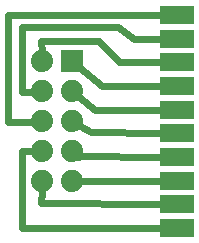
<source format=gbl>
G04 MADE WITH FRITZING*
G04 WWW.FRITZING.ORG*
G04 DOUBLE SIDED*
G04 HOLES PLATED*
G04 CONTOUR ON CENTER OF CONTOUR VECTOR*
%ASAXBY*%
%FSLAX23Y23*%
%MOIN*%
%OFA0B0*%
%SFA1.0B1.0*%
%ADD10C,0.074000*%
%ADD11R,0.074000X0.074000*%
%ADD12R,0.118110X0.062992*%
%ADD13C,0.024000*%
%LNCOPPER0*%
G90*
G70*
G54D10*
X371Y715D03*
X371Y615D03*
X371Y515D03*
X371Y415D03*
X371Y315D03*
X471Y715D03*
X471Y615D03*
X471Y515D03*
X471Y415D03*
X471Y315D03*
X371Y715D03*
X371Y615D03*
X371Y515D03*
X371Y415D03*
X371Y315D03*
X471Y715D03*
X471Y615D03*
X471Y515D03*
X471Y415D03*
X471Y315D03*
G54D11*
X471Y715D03*
X471Y715D03*
G54D12*
X821Y160D03*
X821Y238D03*
X821Y317D03*
X821Y396D03*
X821Y475D03*
X821Y553D03*
X821Y632D03*
X821Y711D03*
X821Y790D03*
X821Y868D03*
G54D13*
X369Y242D02*
X768Y239D01*
D02*
X370Y284D02*
X369Y242D01*
D02*
X306Y416D02*
X306Y160D01*
D02*
X306Y160D02*
X768Y160D01*
D02*
X340Y415D02*
X306Y416D01*
D02*
X502Y315D02*
X768Y317D01*
D02*
X491Y400D02*
X768Y396D01*
D02*
X496Y396D02*
X491Y400D01*
D02*
X534Y479D02*
X768Y475D01*
D02*
X498Y499D02*
X534Y479D01*
D02*
X549Y553D02*
X768Y553D01*
D02*
X495Y596D02*
X549Y553D01*
D02*
X570Y633D02*
X768Y632D01*
D02*
X495Y695D02*
X570Y633D01*
D02*
X629Y711D02*
X768Y711D01*
D02*
X562Y782D02*
X629Y711D01*
D02*
X368Y782D02*
X562Y782D01*
D02*
X370Y746D02*
X368Y782D01*
D02*
X679Y790D02*
X768Y790D01*
D02*
X624Y828D02*
X679Y790D01*
D02*
X306Y828D02*
X624Y828D01*
D02*
X306Y612D02*
X306Y828D01*
D02*
X340Y614D02*
X306Y612D01*
D02*
X259Y868D02*
X768Y868D01*
D02*
X259Y514D02*
X259Y868D01*
D02*
X340Y514D02*
X259Y514D01*
G04 End of Copper0*
M02*
</source>
